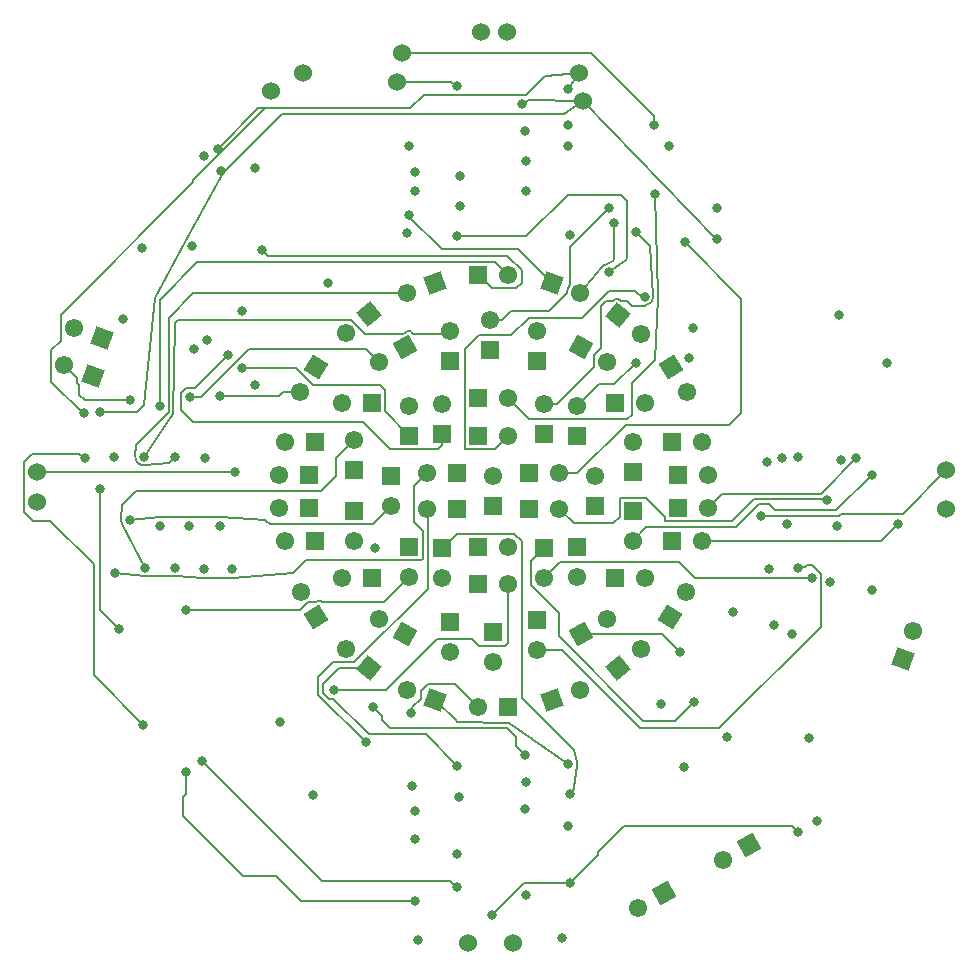
<source format=gbr>
G04*
G04 #@! TF.GenerationSoftware,Altium Limited,Altium Designer,23.1.1 (15)*
G04*
G04 Layer_Physical_Order=2*
G04 Layer_Color=36540*
%FSLAX44Y44*%
%MOMM*%
G71*
G04*
G04 #@! TF.SameCoordinates,EA72E859-7E5F-47E5-BE6D-6BCC4CF4D1DD*
G04*
G04*
G04 #@! TF.FilePolarity,Positive*
G04*
G01*
G75*
%ADD51C,1.5500*%
%ADD52P,2.1920X4X245.0*%
%ADD53C,1.5240*%
%ADD54R,1.5500X1.5500*%
%ADD55P,2.1920X4X115.0*%
%ADD56P,2.1920X4X255.0*%
%ADD57R,1.5500X1.5500*%
%ADD58P,2.1920X4X103.0*%
%ADD59P,2.1920X4X84.0*%
%ADD60P,2.1920X4X195.0*%
%ADD61P,2.1920X4X205.0*%
%ADD62P,2.1920X4X186.0*%
%ADD63P,2.1920X4X167.0*%
%ADD64C,0.8000*%
%ADD65C,0.1555*%
%ADD66C,0.1555*%
D51*
X-73398Y167843D02*
D03*
X-118110Y-41910D02*
D03*
X355397Y-118372D02*
D03*
X43180Y-73660D02*
D03*
X194310Y-312420D02*
D03*
X122783Y-353060D02*
D03*
X55880Y-15240D02*
D03*
X86360Y12700D02*
D03*
X71120Y-72390D02*
D03*
X118110Y-41910D02*
D03*
X128270Y-73660D02*
D03*
X96517Y-107950D02*
D03*
X36830Y-134620D02*
D03*
X181610Y-13970D02*
D03*
X176530Y-41910D02*
D03*
X163320Y-85140D02*
D03*
X125149Y-133875D02*
D03*
X73398Y-167843D02*
D03*
X-86360Y-12700D02*
D03*
X12700Y-46990D02*
D03*
X-55880Y-15240D02*
D03*
X12700Y-78740D02*
D03*
X-43180Y-73660D02*
D03*
X-71120Y-72390D02*
D03*
X0Y-144780D02*
D03*
X-36830Y-135890D02*
D03*
X-96520Y-107950D02*
D03*
X-128270Y-73660D02*
D03*
X-12700Y-182880D02*
D03*
X-73398Y-167843D02*
D03*
X-125149Y-133875D02*
D03*
X-163320Y-85140D02*
D03*
X-176530Y-41910D02*
D03*
X-181610Y-13970D02*
D03*
X-355338Y138227D02*
D03*
X-363220Y106680D02*
D03*
X96520Y109220D02*
D03*
X163830Y83820D02*
D03*
X125149Y132975D02*
D03*
X73398Y167843D02*
D03*
X181610Y13970D02*
D03*
X176530Y41910D02*
D03*
X118110D02*
D03*
X128270Y74930D02*
D03*
X71120Y72390D02*
D03*
X36830Y135890D02*
D03*
X43180Y73660D02*
D03*
X55880Y15240D02*
D03*
X-2540Y144780D02*
D03*
X12700Y78740D02*
D03*
Y46990D02*
D03*
X0Y12700D02*
D03*
X-55880Y15240D02*
D03*
X-71120Y72390D02*
D03*
X12700Y182880D02*
D03*
X-43180Y73660D02*
D03*
X-118110Y43180D02*
D03*
X-128270Y74930D02*
D03*
X-96517Y109220D02*
D03*
X-36830Y135890D02*
D03*
X-181610Y13970D02*
D03*
X-176530Y41910D02*
D03*
X-163830Y83820D02*
D03*
X-125149Y133875D02*
D03*
D52*
X-49530Y176530D02*
D03*
X49530Y-176530D02*
D03*
D53*
X383540Y17780D02*
D03*
Y-15240D02*
D03*
X-21590Y-382270D02*
D03*
X16510D02*
D03*
X-386080Y16510D02*
D03*
X-81280Y346710D02*
D03*
X-77470Y370840D02*
D03*
X72390Y354330D02*
D03*
X76200Y330200D02*
D03*
X-386080Y-8890D02*
D03*
X11430Y388620D02*
D03*
X-10160D02*
D03*
X-187960Y339090D02*
D03*
X-161290Y354330D02*
D03*
D54*
X-118110Y-16510D02*
D03*
X43180Y-48260D02*
D03*
X86360Y-12700D02*
D03*
X71120Y-46990D02*
D03*
X118110Y-16510D02*
D03*
X36830Y-109220D02*
D03*
X-86360Y12700D02*
D03*
X-43180Y-48260D02*
D03*
X-71120Y-46990D02*
D03*
X0Y-119380D02*
D03*
X-36830Y-110490D02*
D03*
X-43180Y48260D02*
D03*
X118110Y16510D02*
D03*
X71120Y46990D02*
D03*
X36830Y110490D02*
D03*
X43180Y48260D02*
D03*
X-2540Y119380D02*
D03*
X0Y-12700D02*
D03*
X-71120Y46990D02*
D03*
X-118110Y17780D02*
D03*
X-36830Y110490D02*
D03*
D55*
X346710Y-142240D02*
D03*
D56*
X216307Y-299720D02*
D03*
X144780Y-340360D02*
D03*
X74520Y-120650D02*
D03*
X-74520Y121920D02*
D03*
D57*
X30480Y-15240D02*
D03*
X102870Y-73660D02*
D03*
X156210Y-13970D02*
D03*
X151130Y-41910D02*
D03*
X-12700Y-46990D02*
D03*
X-30480Y-15240D02*
D03*
X-12700Y-78740D02*
D03*
X-102870Y-73660D02*
D03*
X12700Y-182880D02*
D03*
X-151130Y-41910D02*
D03*
X-156210Y-13970D02*
D03*
X156210Y13970D02*
D03*
X151130Y41910D02*
D03*
X102870Y74930D02*
D03*
X30480Y15240D02*
D03*
X-12700Y78740D02*
D03*
Y46990D02*
D03*
X-30480Y15240D02*
D03*
X-12700Y182880D02*
D03*
X-102870Y74930D02*
D03*
X-156210Y13970D02*
D03*
X-151130Y41910D02*
D03*
D58*
X149860Y-106680D02*
D03*
X-150370Y105360D02*
D03*
D59*
X105410Y-149860D02*
D03*
X-105410Y149860D02*
D03*
D60*
X-74523Y-120650D02*
D03*
X74523Y121920D02*
D03*
D61*
X-49530Y-176530D02*
D03*
X-331470Y129540D02*
D03*
X-339352Y97993D02*
D03*
X49530Y176530D02*
D03*
D62*
X-105410Y-149860D02*
D03*
X105410Y148960D02*
D03*
D63*
X-149860Y-106680D02*
D03*
X150370Y105360D02*
D03*
D64*
X-71120Y233680D02*
D03*
X-231140Y-29210D02*
D03*
X-30480Y215900D02*
D03*
X-321310Y29210D02*
D03*
X-295910D02*
D03*
X-269240D02*
D03*
X-243840Y27940D02*
D03*
X-221055Y-65965D02*
D03*
X-245110Y-66040D02*
D03*
X-257810Y-29210D02*
D03*
X-269240Y-64770D02*
D03*
X-281940Y-29210D02*
D03*
X-294640Y-64770D02*
D03*
X-307797Y-24384D02*
D03*
X-346710Y66040D02*
D03*
X-345440Y27940D02*
D03*
X-260350Y-237490D02*
D03*
X26670Y304800D02*
D03*
X27940Y279400D02*
D03*
Y254000D02*
D03*
X-66040D02*
D03*
X63500Y340360D02*
D03*
X-30480Y-307340D02*
D03*
Y-335280D02*
D03*
X-100330Y-48260D02*
D03*
X248920Y-27940D02*
D03*
X274320Y-279400D02*
D03*
X257810Y-288290D02*
D03*
X26670Y-223520D02*
D03*
X27940Y-246380D02*
D03*
X26670Y-269240D02*
D03*
X-29210Y-259080D02*
D03*
X-101600Y-182880D02*
D03*
X97790Y185420D02*
D03*
X63499Y309852D02*
D03*
X189260Y213868D02*
D03*
Y240105D02*
D03*
X97790Y240030D02*
D03*
X64676Y217264D02*
D03*
X128143Y164592D02*
D03*
X-195580Y204470D02*
D03*
X-139700Y176530D02*
D03*
X-224790Y115570D02*
D03*
X-242600Y128270D02*
D03*
X-313690Y146050D02*
D03*
X-297180Y205740D02*
D03*
X24130Y327660D02*
D03*
X294640Y26670D02*
D03*
X307340Y27940D02*
D03*
X282764Y-6985D02*
D03*
X257810Y29210D02*
D03*
Y-64770D02*
D03*
X233680Y-66040D02*
D03*
X290830Y-29210D02*
D03*
X198120Y-208280D02*
D03*
X142240Y-180340D02*
D03*
X64770Y-256540D02*
D03*
X63500Y-231140D02*
D03*
Y-283210D02*
D03*
X64770Y-331470D02*
D03*
X27940Y-341630D02*
D03*
X-66040Y-346710D02*
D03*
Y-294640D02*
D03*
Y-270510D02*
D03*
X-30480Y-232410D02*
D03*
X-66040Y270510D02*
D03*
X-30480Y342900D02*
D03*
X63500Y292100D02*
D03*
X-63500Y-379730D02*
D03*
X58420Y-378460D02*
D03*
X333200Y108760D02*
D03*
X292608Y149352D02*
D03*
X169164Y138272D02*
D03*
X-27940Y266700D02*
D03*
X161846Y210652D02*
D03*
X120396Y108966D02*
D03*
X-27940Y241300D02*
D03*
X-246888Y-228458D02*
D03*
X-230378Y271272D02*
D03*
X-233426Y290068D02*
D03*
X-282448Y72438D02*
D03*
X-255016Y207518D02*
D03*
X-201930Y274066D02*
D03*
X-181102Y-195580D02*
D03*
X-107696Y-212598D02*
D03*
X-134874Y-168148D02*
D03*
X-260350Y-100838D02*
D03*
X-153035Y-257048D02*
D03*
X-69596Y-187960D02*
D03*
X202767Y-101929D02*
D03*
X252679Y-121053D02*
D03*
X161362Y-233752D02*
D03*
X320500Y-83475D02*
D03*
X284988Y-76914D02*
D03*
X226245Y-20849D02*
D03*
X-212852Y152400D02*
D03*
X237490Y-113284D02*
D03*
X342138Y-27940D02*
D03*
X157988Y-136144D02*
D03*
X-253492Y120396D02*
D03*
X120650Y219710D02*
D03*
X165354Y112776D02*
D03*
X101854Y227076D02*
D03*
X-245364Y284226D02*
D03*
X266954Y-208534D02*
D03*
X-307800Y76962D02*
D03*
X244300Y27940D02*
D03*
X-333200Y67310D02*
D03*
X170180Y-178054D02*
D03*
X231600Y24384D02*
D03*
X-68580Y-249380D02*
D03*
X-202184Y89662D02*
D03*
X-72898Y218948D02*
D03*
X-320500Y-69596D02*
D03*
X-257000Y80010D02*
D03*
X-212598Y104140D02*
D03*
X-333200Y2286D02*
D03*
X-317246Y-116332D02*
D03*
X148336Y292608D02*
D03*
X135890Y310134D02*
D03*
X-296672Y-197642D02*
D03*
X136906Y251714D02*
D03*
X-71374Y292100D02*
D03*
X-231600Y80518D02*
D03*
X320500Y14176D02*
D03*
X-1270Y-358600D02*
D03*
X-218900Y16510D02*
D03*
X269700Y-73406D02*
D03*
D65*
X-230649Y-21909D02*
G03*
X-231142Y-21892I-491J-7301D01*
G01*
X-257515Y-21898D02*
G03*
X-257811Y-21892I-295J-7312D01*
G01*
X-303209Y29736D02*
G03*
X-295303Y21918I7299J-526D01*
G01*
X-245514Y-73346D02*
G03*
X-244709Y-73347I404J7306D01*
G01*
X-221035Y-73282D02*
G03*
X-220467Y-73259I-20J7318D01*
G01*
X-269008Y-72084D02*
G03*
X-269011Y-72084I-0J-1555D01*
G01*
X-269241Y-72087D02*
G03*
X-269029Y-72084I1J7318D01*
G01*
X-281728Y-21896D02*
G03*
X-282652Y-21927I-212J-7314D01*
G01*
X-294459Y-72086D02*
G03*
X-294461Y-72086I-0J-1555D01*
G01*
X-295352Y-72053D02*
G03*
X-294474Y-72086I711J7283D01*
G01*
X-315114Y-24363D02*
G03*
X-315114Y-24396I7318J-21D01*
G01*
X-315065Y-25236D02*
G03*
X-314266Y-27803I7268J852D01*
G01*
X248959Y-20623D02*
G03*
X248847Y-20623I-39J-7317D01*
G01*
X-158195Y-94949D02*
G03*
X-156661Y-93980I-5124J9810D01*
G01*
X94352Y191880D02*
G03*
X92196Y190137I3438J-6460D01*
G01*
X64770Y174774D02*
G03*
X62331Y167741I8628J-6931D01*
G01*
X101408Y161605D02*
G03*
X101421Y161621I-1202J986D01*
G01*
X139536Y163927D02*
G03*
X139550Y164940I-11393J665D01*
G01*
X128569Y157287D02*
G03*
X135443Y165096I-427J7305D01*
G01*
X-261424Y211052D02*
G03*
X-261473Y210961I6408J-3534D01*
G01*
X70725Y-232299D02*
G03*
X70632Y-229503I-7225J1159D01*
G01*
X-71120Y232410D02*
Y233680D01*
Y232410D02*
X-43688Y204978D01*
X21082D01*
X-256517Y-21898D02*
X-231142Y-21892D01*
X-257485Y-21899D02*
X-256517Y-21898D01*
X-257515Y-21899D02*
X-257485D01*
X-192786Y-24384D02*
X-192331Y-24839D01*
X-230649Y-21909D02*
X-192786Y-24384D01*
X-30480Y215900D02*
X27686D01*
X-302514Y39370D02*
X-302059Y39825D01*
X-295303Y21918D02*
X-274828Y23622D01*
X-295910Y29210D02*
X-270987Y65106D01*
X-302059Y39825D02*
X-275082Y66802D01*
X-274828Y23622D02*
X-274373Y24077D01*
X-269293Y142695D02*
X-267045Y144943D01*
X-274373Y24077D02*
X-269240Y29210D01*
X-270987Y65106D02*
X-269293Y142695D01*
X-303209Y29736D02*
X-302514Y39370D01*
X-220467Y-73259D02*
X-169477Y-69147D01*
X-267949Y-72084D02*
X-245514Y-73346D01*
X-244709Y-73347D02*
X-221035Y-73282D01*
X-269008Y-72084D02*
X-267949D01*
X-269029D02*
X-269011D01*
X-281707Y-21896D02*
X-257811Y-21892D01*
X-281728Y-21896D02*
X-281707D01*
X-294459Y-72086D02*
X-269241Y-72087D01*
X-294474Y-72086D02*
X-294461D01*
X-192331Y-24839D02*
X-192331D01*
X-307797Y-24384D02*
X-282652Y-21927D01*
X-315114Y-24363D02*
X-315114Y-24153D01*
X-315114Y-24396D02*
X-315114Y-24817D01*
X-315065Y-25236D01*
X-314266Y-27803D02*
X-294640Y-64770D01*
X-320500Y-69596D02*
X-295352Y-72053D01*
X-315114Y-24153D02*
X-314759Y-11737D01*
X-169477Y-69147D02*
X-169471Y-69141D01*
X-192331Y-24839D02*
X-189230Y-27940D01*
X-314759Y-11737D02*
X-303022Y0D01*
X-169471Y-69141D02*
X-158827Y-58497D01*
X-347678Y66040D02*
X-346710D01*
X-374396Y92758D02*
X-347678Y66040D01*
X-374396Y92758D02*
Y119634D01*
X-350586Y31750D02*
X-346776Y27940D01*
X-390398Y31750D02*
X-350586D01*
X-346776Y27940D02*
X-345440D01*
X-260350Y-255888D02*
Y-237490D01*
X-262890Y-275082D02*
Y-258428D01*
X-260350Y-255888D01*
X63500Y340360D02*
Y341630D01*
X64770Y342900D02*
X72390Y354330D01*
X63500Y341630D02*
X64770Y342900D01*
X-36641Y-329946D02*
X-31307Y-335280D01*
X-30480D01*
X291359Y-20849D02*
X292647D01*
X248959Y-20623D02*
X291359Y-20849D01*
X293103Y-20393D02*
X294163Y-19332D01*
X292647Y-20849D02*
X293103Y-20393D01*
X226245Y-20849D02*
X248847Y-20623D01*
X110426Y-283528D02*
X253048D01*
X257810Y-288290D01*
X19219Y-216070D02*
Y-207639D01*
Y-216070D02*
X26670Y-223520D01*
X-69596Y-187960D02*
X-68705Y-187069D01*
Y-183005D02*
X-61468Y-175768D01*
Y-168910D01*
X-68705Y-187069D02*
Y-183005D01*
X-94043Y-193828D02*
X-87719Y-200152D01*
X-101600Y-182880D02*
X-94043Y-190437D01*
Y-193828D02*
Y-190437D01*
X-164084Y-100838D02*
X-158195Y-94949D01*
X-92710Y-93980D02*
X-71120Y-72390D01*
X-144724Y-93980D02*
X-92710D01*
X-148346Y-92683D02*
X-146020D01*
X-150421Y-93980D02*
X-148346Y-92683D01*
X-156661Y-93980D02*
X-150421D01*
X-146020Y-92683D02*
X-144724Y-93980D01*
X101854Y196298D02*
Y227076D01*
X113284Y197104D02*
Y245872D01*
X94352Y191880D02*
X100943Y195387D01*
X112373Y196193D02*
X113284Y197104D01*
X100943Y195387D02*
X101854Y196298D01*
X97790Y185420D02*
X112373Y196193D01*
X73398Y167843D02*
X92196Y190137D01*
X188722Y213868D02*
X189260D01*
X64770Y174774D02*
Y207010D01*
X97790Y240030D01*
X46990Y152400D02*
X62331Y167741D01*
X85344Y115570D02*
X91440Y121666D01*
Y157226D02*
X95250Y161036D01*
X91192Y148989D02*
X91440Y149295D01*
Y157226D01*
X91192Y146440D02*
Y148989D01*
Y146440D02*
X91440Y146192D01*
Y121666D02*
Y146192D01*
X95250Y161036D02*
X100850D01*
X102890Y163178D02*
X105439D01*
X101796Y162083D02*
X102890Y163178D01*
X101421Y161621D02*
X101796Y162083D01*
X101363Y161549D02*
X101408Y161605D01*
X100850Y161036D02*
X101363Y161549D01*
X113284Y161036D02*
X117046Y157274D01*
X108084Y161036D02*
X113284D01*
X117046Y157274D02*
X128352D01*
X105439Y163178D02*
X108084Y161036D01*
X136451Y111051D02*
X139536Y163927D01*
X132540Y207820D02*
X135443Y165096D01*
X122585Y167229D02*
X128143Y164592D01*
X121674Y168140D02*
X122585Y167229D01*
X136906Y251714D02*
X139550Y164940D01*
X120650Y219710D02*
X132084Y208276D01*
X132540Y207820D01*
X117094Y91694D02*
X136451Y111051D01*
X120142Y169672D02*
X121674Y168140D01*
X128352Y157274D02*
X128569Y157287D01*
X117094Y64770D02*
Y91694D01*
X-68086Y133350D02*
X-39370D01*
X-70309Y135824D02*
X-69029Y134544D01*
X-72572Y135824D02*
X-70309D01*
X-39370Y133350D02*
X-36830Y135890D01*
X-108972Y133350D02*
X-76858D01*
X-68686Y133950D02*
X-68086Y133350D01*
X-109427Y133805D02*
X-108972Y133350D01*
X-76858D02*
X-72572Y135824D01*
X-120565Y144943D02*
X-109427Y133805D01*
X-69029Y134544D02*
X-68686Y133950D01*
X-167132Y104140D02*
X-153162Y90170D01*
X-96266D02*
X-91694Y85598D01*
X-153162Y90170D02*
X-96266D01*
X-195580Y204470D02*
X-190500Y199390D01*
X11842D01*
X-107947Y120650D02*
X-96517Y109220D01*
X-247337Y80010D02*
X-206697Y120650D01*
X-107947D01*
X-260350Y87376D02*
X-252984D01*
X-224790Y115570D01*
X-351014Y81774D02*
Y90398D01*
X-346202Y76962D02*
X-307800D01*
X-352602Y91987D02*
X-351014Y90398D01*
X-352602Y91987D02*
Y93946D01*
X-352283Y94824D01*
Y95743D01*
X-352738Y96198D02*
X-352283Y95743D01*
X-363220Y106680D02*
X-352738Y96198D01*
X-351014Y81774D02*
X-346202Y76962D01*
X-261424Y211052D02*
X-228981Y269875D01*
X-295730Y73078D02*
X-286543Y164002D01*
X-230378Y271272D02*
X-228981Y269875D01*
X-179070Y319786D01*
X-301498Y67310D02*
X-295730Y73078D01*
X-286543Y164002D02*
X-261473Y210961D01*
X43797Y351391D02*
X44196Y351790D01*
X27989Y335583D02*
X43797Y351391D01*
X24130Y327660D02*
X25466D01*
X29276Y331470D02*
X76200Y330200D01*
X25466Y327660D02*
X29276Y331470D01*
X44196Y351790D02*
X44757Y351841D01*
X-58879Y335583D02*
X27989D01*
X44757Y351841D02*
X72390Y354330D01*
X-70358Y324104D02*
X-58879Y335583D01*
X193294Y-2286D02*
X277114D01*
X307340Y27940D01*
X282400Y-6621D02*
X282764Y-6985D01*
X220455Y-6621D02*
X282400D01*
X258699Y-63882D02*
X264142D01*
X257810Y-64770D02*
X258699Y-63882D01*
X264142D02*
X265794Y-62230D01*
X269494D01*
X64770Y-254796D02*
X67870Y-251695D01*
X64770Y-256540D02*
Y-254796D01*
X67870Y-251695D02*
Y-250089D01*
X70725Y-232299D01*
X67870Y-219001D02*
X68326Y-219456D01*
X-31189Y-194871D02*
X-30734Y-195326D01*
X13428Y-196057D01*
X63500Y-231140D01*
X-49530Y-176530D02*
X-31189Y-194871D01*
X23876Y-175006D02*
X67870Y-219001D01*
X68326Y-219456D02*
X70632Y-229503D01*
X88214Y-308026D02*
Y-305740D01*
X-1270Y-358600D02*
X25860Y-331470D01*
X64770D02*
X88214Y-308026D01*
X25860Y-331470D02*
X64770D01*
X88214Y-305740D02*
X110426Y-283528D01*
X-162814Y-346710D02*
X-66040D01*
X-183896Y-325628D02*
X-162814Y-346710D01*
X-145400Y-329946D02*
X-36641D01*
X11732Y-200152D02*
X19219Y-207639D01*
X-105664Y-205486D02*
X-57404D01*
X-30480Y-232410D01*
X-81280Y346710D02*
X-35626D01*
X-31816Y342900D01*
X-30480D01*
X82550Y370840D02*
X135890Y317500D01*
Y310134D02*
Y317500D01*
X-77470Y370840D02*
X82550D01*
X-179070Y319786D02*
X59436D01*
X-193548Y324104D02*
X-70358D01*
X-199390D02*
X-193548D01*
X-254254Y263398D02*
X-193548Y324104D01*
X-55626Y-82709D02*
Y-15240D01*
X-87719Y-200152D02*
X11732D01*
X97790Y169672D02*
X120142D01*
X75184Y147066D02*
X97790Y169672D01*
X29718Y147066D02*
X75184D01*
X14732Y132080D02*
X29718Y147066D01*
X-12446Y132080D02*
X14732D01*
X-23876Y120650D02*
X-12446Y132080D01*
X-23876Y35814D02*
Y120650D01*
Y35814D02*
X1524D01*
X12700Y46990D01*
X55880Y15240D02*
X70866D01*
X112014Y56388D01*
X199390D01*
X209550Y66548D01*
Y162949D01*
X161846Y210652D02*
X209550Y162949D01*
X21082Y204978D02*
X49530Y176530D01*
X71120Y72390D02*
X89154Y90424D01*
X101854D01*
X120396Y108966D01*
X-12700Y182880D02*
X-1524Y171704D01*
X19050D01*
X23768Y176422D01*
Y187465D01*
X11842Y199390D02*
X23768Y187465D01*
X76200Y330200D02*
X188722Y213868D01*
X-246888Y-228458D02*
X-145400Y-329946D01*
X-262890Y-275082D02*
X-212344Y-325628D01*
X-183896D01*
X-233426Y290068D02*
X-199390Y324104D01*
X-374396Y119634D02*
X-366522Y127508D01*
Y149352D01*
X-254254Y261620D01*
Y263398D01*
X-282448Y72438D02*
Y162306D01*
X-250698Y194056D01*
X1524D01*
X12700Y182880D01*
X-43180Y39370D02*
Y48260D01*
X-46736Y35814D02*
X-43180Y39370D01*
X-87884Y35814D02*
X-46736D01*
X-110490Y58420D02*
X-87884Y35814D01*
X-254000Y58420D02*
X-110490D01*
X-264414Y68834D02*
X-254000Y58420D01*
X-264414Y68834D02*
Y83312D01*
X-260350Y87376D01*
X-55880Y-15240D02*
X-55626D01*
X-117861Y-144943D02*
X-55626Y-82709D01*
X-135890Y-144943D02*
X-117861D01*
X-148221Y-157274D02*
X-135890Y-144943D01*
X-148221Y-172073D02*
Y-157274D01*
Y-172073D02*
X-107696Y-212598D01*
X12700Y-128270D02*
Y-78740D01*
X10160Y-130810D02*
X12700Y-128270D01*
X-12192Y-130810D02*
X10160D01*
X-18288Y-124714D02*
X-12192Y-130810D01*
X-47498Y-124714D02*
X-18288D01*
X-90932Y-168148D02*
X-47498Y-124714D01*
X-134874Y-168148D02*
X-90932D01*
X-260350Y-100838D02*
X-164084D01*
X-32512Y-163068D02*
X-12700Y-182880D01*
X-55626Y-163068D02*
X-32512D01*
X-61468Y-168910D02*
X-55626Y-163068D01*
X36830Y-134620D02*
X57912D01*
X123952Y-200660D01*
X191262D01*
X277114Y-114808D01*
Y-69850D01*
X269494Y-62230D02*
X277114Y-69850D01*
X346428Y-19332D02*
X383540Y17780D01*
X294163Y-19332D02*
X346428D01*
X-254051Y167843D02*
X-73398D01*
X-275082Y146812D02*
X-254051Y167843D01*
X-275082Y66802D02*
Y146812D01*
X176530Y-41910D02*
X328168D01*
X342138Y-27940D01*
X74520Y-120650D02*
X142494D01*
X157988Y-136144D01*
X-135684Y-175466D02*
X-105664Y-205486D01*
X-138986Y-175466D02*
X-135684D01*
X-144049Y-170403D02*
X-138986Y-175466D01*
X-144049Y-170403D02*
Y-162845D01*
X-131064Y-149860D01*
X-105410D01*
X-267045Y144943D02*
X-120565D01*
X85344Y104902D02*
Y115570D01*
X54102Y73660D02*
X85344Y104902D01*
X43180Y73660D02*
X54102D01*
X201930Y-25146D02*
X220455Y-6621D01*
X145034Y-25146D02*
X201930D01*
X145034D02*
Y-21590D01*
X128778Y-5334D02*
X145034Y-21590D01*
X106934Y-5334D02*
X128778D01*
X106934Y-21590D02*
Y-5334D01*
X101346Y-27178D02*
X106934Y-21590D01*
X67818Y-27178D02*
X101346D01*
X55880Y-15240D02*
X67818Y-27178D01*
X59436Y319786D02*
X76200Y330200D01*
X-333200Y67310D02*
X-301498D01*
X-2540Y144780D02*
X7366D01*
X14986Y152400D01*
X46990D01*
X27686Y215900D02*
X62992Y251206D01*
X107950D01*
X113284Y245872D01*
X32004Y-59436D02*
X43180Y-48260D01*
X32004Y-79248D02*
Y-59436D01*
Y-79248D02*
X55626Y-102870D01*
Y-122936D02*
Y-102870D01*
Y-122936D02*
X127000Y-194310D01*
X153924D01*
X170180Y-178054D01*
X-67056Y4064D02*
X-55880Y15240D01*
X-67056Y-26416D02*
Y4064D01*
Y-26416D02*
X-59944Y-33528D01*
Y-57150D02*
Y-33528D01*
X-61291Y-58497D02*
X-59944Y-57150D01*
X-158827Y-58497D02*
X-61291D01*
X23876Y-175006D02*
Y-41910D01*
X17780Y-35814D02*
X23876Y-41910D01*
X-30734Y-35814D02*
X17780D01*
X-43180Y-48260D02*
X-30734Y-35814D01*
X-257000Y80010D02*
X-247337D01*
X-212598Y104140D02*
X-167132D01*
X-91694Y67564D02*
Y85598D01*
Y67564D02*
X-71120Y46990D01*
X-303022Y0D02*
X-146050D01*
X-133350Y12700D01*
Y27940D01*
X-118110Y43180D01*
X-333200Y-100378D02*
Y2286D01*
Y-100378D02*
X-317246Y-116332D01*
X-397256Y24892D02*
X-390398Y31750D01*
X-397256Y-17780D02*
Y24892D01*
Y-17780D02*
X-389890Y-25146D01*
X-375412D01*
X-338582Y-61976D01*
Y-155732D02*
Y-61976D01*
Y-155732D02*
X-296672Y-197642D01*
X113284Y60960D02*
X117094Y64770D01*
X30480Y60960D02*
X113284D01*
X12700Y78740D02*
X30480Y60960D01*
X-178562Y83820D02*
X-163830D01*
X-181864Y80518D02*
X-178562Y83820D01*
X-231600Y80518D02*
X-181864D01*
X181610Y-13970D02*
X193294Y-2286D01*
X118110Y-41910D02*
X129540Y-30480D01*
X205026D01*
X224790Y-10716D01*
X232966D01*
X238506Y-16256D01*
X290068D01*
X320500Y14176D01*
X-386080Y16510D02*
X-218900D01*
X-189230Y-27940D02*
X-101600D01*
X-86360Y-12700D01*
X170434Y-73406D02*
X269700D01*
X157226Y-60198D02*
X170434Y-73406D01*
X56642Y-60198D02*
X157226D01*
X43180Y-73660D02*
X56642Y-60198D01*
D66*
X-281707Y-21896D02*
D03*
M02*

</source>
